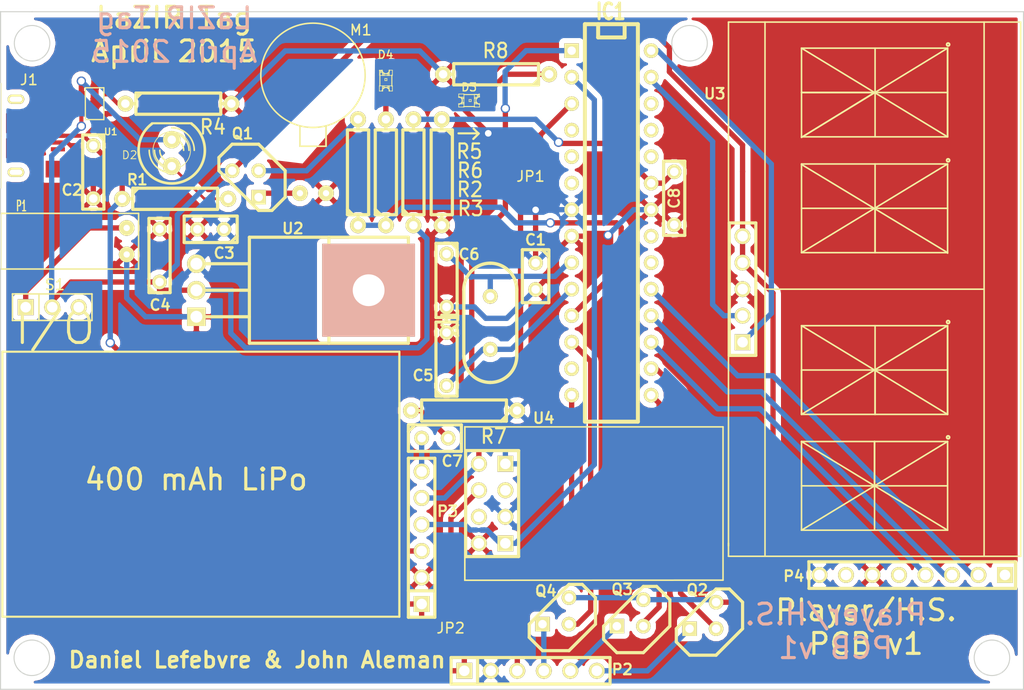
<source format=kicad_pcb>
(kicad_pcb (version 3) (host pcbnew "(2013-07-07 BZR 4022)-stable")
  (layers (15 F.Cu signal) (0 B.Cu signal) (18 B.Paste user hide) (19 F.Paste user hide) (20 B.SilkS user) (21 F.SilkS user) (22 B.Mask user hide) (23 F.Mask user hide) (28 Edge.Cuts user))
  (net 0 "")
  (net 1 +3.3V)
  (net 2 GND)
  (net 3 "I2C CLK")
  (net 4 "I2C DAT")
  (net 5 "IR Sense")
  (net 6 "LED B")
  (net 7 "LED G")
  (net 8 "LED R")
  (net 9 MISO)
  (net 10 MOSI)
  (net 11 N-000001)
  (net 12 N-0000013)
  (net 13 N-0000014)
  (net 14 N-0000015)
  (net 15 N-0000016)
  (net 16 N-0000019)
  (net 17 N-000002)
  (net 18 N-0000020)
  (net 19 N-0000023)
  (net 20 N-0000024)
  (net 21 N-0000025)
  (net 22 N-0000028)
  (net 23 N-0000029)
  (net 24 N-000003)
  (net 25 N-0000033)
  (net 26 N-000005)
  (net 27 Reset)
  (net 28 Rumble)
  (net 29 SCK)
  (net 30 "UART RX")
  (net 31 "UART TX")
  (net 32 USBV)
  (net 33 VBatt)
  (net 34 VSense)
  (module TO92 (layer F.Cu) (at 63.8302 103.1748 270)
    (fp_text reference Q1 (at -4.826 0.2794 360) (layer F.SilkS) (effects (font (size 1.016 1.016) (thickness 0.2032))))
    (fp_text value NPN hide)
    (pad 1 thru_hole rect (at 1.27 -1.27 270) (size 1.397 1.397) (drill 0.8128) (layers *.Cu *.Mask F.SilkS) (net 12 N-0000013))
    (pad 2 thru_hole circle (at -1.27 -1.27 270) (size 1.397 1.397) (drill 0.8128) (layers *.Cu *.Mask F.SilkS) (net 15 N-0000016))
    (pad 3 thru_hole circle (at -1.27 1.27 270) (size 1.397 1.397) (drill 0.8128) (layers *.Cu *.Mask F.SilkS) (net 33 VBatt))
  )
  (module TO220 (layer F.Cu) (at 59.1312 113.3602)
    (fp_text reference U2 (at 9.2456 -5.9182) (layer F.SilkS) (effects (font (size 1.016 1.016) (thickness 0.2032))))
    (fp_text value LM1084IT-3.3/NOPB hide)
    (pad 1 thru_hole rect (at 0 2.54) (size 1.778 1.778) (drill 1.143) (layers *.Cu *.Mask F.SilkS) (net 2 GND))
    (pad 2 thru_hole circle (at 0 -2.54) (size 1.778 1.778) (drill 1.143) (layers *.Cu *.Mask F.SilkS) (net 1 +3.3V))
    (pad 3 thru_hole circle (at 0 0) (size 1.778 1.778) (drill 1.143) (layers *.Cu *.Mask F.SilkS) (net 33 VBatt))
    (pad 4 thru_hole rect (at 16.51 0) (size 8.89 8.89) (drill 3.048) (layers *.Cu *.SilkS *.Mask))
  )
  (module SOT23-5 (layer F.Cu) (at 49.3776 95.4786 270)
    (fp_text reference U1 (at 2.6924 -1.5494 360) (layer F.SilkS) (effects (font (size 0.635 0.635) (thickness 0.127))))
    (fp_text value MCP73831 hide)
    (pad 1 smd rect (at -0.9525 1.27 270) (size 0.508 0.762) (layers F.Cu F.Paste F.Mask) (net 25 N-0000033))
    (pad 3 smd rect (at 0.9525 1.27 270) (size 0.508 0.762) (layers F.Cu F.Paste F.Mask) (net 33 VBatt))
    (pad 5 smd rect (at -0.9525 -1.27 270) (size 0.508 0.762) (layers F.Cu F.Paste F.Mask) (net 17 N-000002))
    (pad 2 smd rect (at 0 1.27 270) (size 0.508 0.762) (layers F.Cu F.Paste F.Mask) (net 2 GND))
    (pad 4 smd rect (at 0.9525 -1.27 270) (size 0.508 0.762) (layers F.Cu F.Paste F.Mask) (net 32 USBV))
  )
  (module RumbleMotor (layer F.Cu) (at 70.3072 92.7608 270)
    (fp_text reference M1 (at -4.33832 -4.58216 360) (layer F.SilkS))
    (fp_text value RUMBLE hide)
    (pad 2 thru_hole circle (at 11.3 -1.25 270) (size 1.5 1.5) (drill 0.6) (layers *.Cu *.Mask F.SilkS) (net 2 GND))
    (pad 1 thru_hole circle (at 11.3 1.25 270) (size 1.5 1.5) (drill 0.6) (layers *.Cu *.Mask F.SilkS) (net 12 N-0000013))
  )
  (module R4 (layer F.Cu) (at 82.6516 102.0572 270)
    (fp_text reference R3 (at 3.4798 -2.7686 360) (layer F.SilkS) (effects (font (size 1.397 1.27) (thickness 0.2032))))
    (fp_text value 10k hide)
    (pad 1 thru_hole circle (at -5.08 0 270) (size 1.524 1.524) (drill 0.8128) (layers *.Cu *.Mask F.SilkS) (net 34 VSense))
    (pad 2 thru_hole circle (at 5.08 0 270) (size 1.524 1.524) (drill 0.8128) (layers *.Cu *.Mask F.SilkS) (net 2 GND))
  )
  (module R4 (layer F.Cu) (at 77.2922 102.0572 90)
    (fp_text reference R6 (at 0.1778 8.0772 180) (layer F.SilkS) (effects (font (size 1.397 1.27) (thickness 0.2032))))
    (fp_text value 1k hide)
    (pad 1 thru_hole circle (at -5.08 0 90) (size 1.524 1.524) (drill 0.8128) (layers *.Cu *.Mask F.SilkS) (net 28 Rumble))
    (pad 2 thru_hole circle (at 5.08 0 90) (size 1.524 1.524) (drill 0.8128) (layers *.Cu *.Mask F.SilkS) (net 14 N-0000015))
  )
  (module R4 (layer F.Cu) (at 74.6252 102.0572 90)
    (fp_text reference R5 (at 2.0066 10.668 180) (layer F.SilkS) (effects (font (size 1.397 1.27) (thickness 0.2032))))
    (fp_text value 560 hide)
    (pad 1 thru_hole circle (at -5.08 0 90) (size 1.524 1.524) (drill 0.8128) (layers *.Cu *.Mask F.SilkS) (net 28 Rumble))
    (pad 2 thru_hole circle (at 5.08 0 90) (size 1.524 1.524) (drill 0.8128) (layers *.Cu *.Mask F.SilkS) (net 15 N-0000016))
  )
  (module R4 (layer F.Cu) (at 84.7852 124.8918 180)
    (fp_text reference R7 (at -2.8448 -2.4638 180) (layer F.SilkS) (effects (font (size 1.397 1.27) (thickness 0.2032))))
    (fp_text value 10k hide)
    (pad 1 thru_hole circle (at -5.08 0 180) (size 1.524 1.524) (drill 0.8128) (layers *.Cu *.Mask F.SilkS) (net 1 +3.3V))
    (pad 2 thru_hole circle (at 5.08 0 180) (size 1.524 1.524) (drill 0.8128) (layers *.Cu *.Mask F.SilkS) (net 27 Reset))
  )
  (module R4 (layer F.Cu) (at 79.9338 102.0572 90)
    (fp_text reference R2 (at -1.651 5.4102 180) (layer F.SilkS) (effects (font (size 1.397 1.27) (thickness 0.2032))))
    (fp_text value 10k hide)
    (pad 1 thru_hole circle (at -5.08 0 90) (size 1.524 1.524) (drill 0.8128) (layers *.Cu *.Mask F.SilkS) (net 33 VBatt))
    (pad 2 thru_hole circle (at 5.08 0 90) (size 1.524 1.524) (drill 0.8128) (layers *.Cu *.Mask F.SilkS) (net 34 VSense))
  )
  (module R4 (layer F.Cu) (at 57.0992 104.5972)
    (fp_text reference R1 (at -3.6322 -1.8288) (layer F.SilkS) (effects (font (thickness 0.2032))))
    (fp_text value 330 hide)
    (pad 1 thru_hole circle (at -5.08 0) (size 1.524 1.524) (drill 0.8128) (layers *.Cu *.Mask F.SilkS) (net 32 USBV))
    (pad 2 thru_hole circle (at 5.08 0) (size 1.524 1.524) (drill 0.8128) (layers *.Cu *.Mask F.SilkS) (net 24 N-000003))
  )
  (module R4 (layer F.Cu) (at 57.404 95.4786)
    (fp_text reference R4 (at 3.302 2.2352) (layer F.SilkS) (effects (font (size 1.397 1.27) (thickness 0.2032))))
    (fp_text value 2k hide)
    (pad 1 thru_hole circle (at -5.08 0) (size 1.524 1.524) (drill 0.8128) (layers *.Cu *.Mask F.SilkS) (net 17 N-000002))
    (pad 2 thru_hole circle (at 5.08 0) (size 1.524 1.524) (drill 0.8128) (layers *.Cu *.Mask F.SilkS) (net 2 GND))
  )
  (module PIN_ARRAY_3X1 (layer F.Cu) (at 45.3136 114.9858)
    (fp_text reference S1 (at 0.254 -2.159) (layer F.SilkS) (effects (font (size 1.016 1.016) (thickness 0.1524))))
    (fp_text value SLIDESWITCH hide)
    (pad 1 thru_hole rect (at -2.54 0) (size 1.524 1.524) (drill 1.016) (layers *.Cu *.Mask F.SilkS) (net 11 N-000001))
    (pad 2 thru_hole circle (at 0 0) (size 1.524 1.524) (drill 1.016) (layers *.Cu *.Mask F.SilkS) (net 33 VBatt))
    (pad 3 thru_hole circle (at 2.54 0) (size 1.524 1.524) (drill 1.016) (layers *.Cu *.Mask F.SilkS))
  )
  (module PIN_ARRAY-6X1 (layer F.Cu) (at 91.1606 149.8346)
    (fp_text reference P2 (at 8.7884 -0.127) (layer F.SilkS) (effects (font (size 1.016 1.016) (thickness 0.2032))))
    (fp_text value "6pM CGrid" hide)
    (pad 1 thru_hole rect (at -6.35 0) (size 1.524 1.524) (drill 1.016) (layers *.Cu *.Mask F.SilkS) (net 2 GND))
    (pad 2 thru_hole circle (at -3.81 0) (size 1.524 1.524) (drill 1.016) (layers *.Cu *.Mask F.SilkS) (net 1 +3.3V))
    (pad 3 thru_hole circle (at -1.27 0) (size 1.524 1.524) (drill 1.016) (layers *.Cu *.Mask F.SilkS) (net 5 "IR Sense"))
    (pad 4 thru_hole circle (at 1.27 0) (size 1.524 1.524) (drill 1.016) (layers *.Cu *.Mask F.SilkS) (net 19 N-0000023))
    (pad 5 thru_hole circle (at 3.81 0) (size 1.524 1.524) (drill 1.016) (layers *.Cu *.Mask F.SilkS) (net 20 N-0000024))
    (pad 6 thru_hole circle (at 6.35 0) (size 1.524 1.524) (drill 1.016) (layers *.Cu *.Mask F.SilkS) (net 21 N-0000025))
  )
  (module MicroUSB (layer F.Cu) (at 41.8338 98.552 270)
    (fp_text reference J1 (at -5.3594 -1.2446 360) (layer F.SilkS))
    (fp_text value MICRO_USB hide)
    (pad 1 smd rect (at -1.3 -4.025 270) (size 0.4 1.35) (layers F.Cu F.Paste F.Mask))
    (pad 2 smd rect (at -0.65 -4.025 270) (size 0.4 1.35) (layers F.Cu F.Paste F.Mask))
    (pad 3 smd rect (at 0 -4.025 270) (size 0.4 1.35) (layers F.Cu F.Paste F.Mask) (net 32 USBV))
    (pad 4 smd rect (at 0.65 -4.025 270) (size 0.4 1.35) (layers F.Cu F.Paste F.Mask) (net 2 GND))
    (pad 5 smd rect (at 1.3 -4.025 270) (size 0.4 1.35) (layers F.Cu F.Paste F.Mask))
    (pad 6 smd rect (at -3.2 -3.55 270) (size 1.6 1.4) (layers F.Cu F.Paste F.Mask))
    (pad 7 smd rect (at 3.2 -3.55 270) (size 1.6 1.4) (layers F.Cu F.Paste F.Mask))
    (pad 8 thru_hole oval (at -3.5 0 270) (size 0.9 1.6) (drill oval 0.5 1.2) (layers *.Cu *.Mask F.SilkS))
    (pad 9 thru_hole oval (at 3.5 0 270) (size 0.9 1.6) (drill oval 0.5 1.2) (layers *.Cu *.Mask F.SilkS))
    (pad 10 smd rect (at -1.2 0 270) (size 1.9 1.9) (layers F.Cu F.Paste F.Mask))
    (pad 11 smd rect (at 1.2 0 270) (size 1.9 1.9) (layers F.Cu F.Paste F.Mask))
  )
  (module LED-5MM (layer F.Cu) (at 56.769 100.203 90)
    (fp_text reference D2 (at -0.2032 -4.0386 180) (layer F.SilkS) (effects (font (size 0.762 0.762) (thickness 0.0889))))
    (fp_text value RED hide)
    (pad 1 thru_hole circle (at -1.27 0 90) (size 1.6764 1.6764) (drill 0.8128) (layers *.Cu *.Mask F.SilkS) (net 24 N-000003))
    (pad 2 thru_hole circle (at 1.27 0 90) (size 1.6764 1.6764) (drill 0.8128) (layers *.Cu *.Mask F.SilkS) (net 25 N-0000033))
  )
  (module LED-0805 (layer F.Cu) (at 77.2922 93.2688 90)
    (fp_text reference D4 (at 2.48412 -0.03556 180) (layer F.SilkS) (effects (font (size 0.762 0.762) (thickness 0.127))))
    (fp_text value LED hide)
    (pad 1 smd rect (at -1.04902 0 90) (size 1.19888 1.19888) (layers F.Cu F.Paste F.Mask) (net 14 N-0000015))
    (pad 2 smd rect (at 1.04902 0 90) (size 1.19888 1.19888) (layers F.Cu F.Paste F.Mask) (net 2 GND))
  )
  (module LED-0805 (layer F.Cu) (at 85.27288 95.17888)
    (fp_text reference D3 (at 0 -1.27) (layer F.SilkS) (effects (font (size 0.762 0.762) (thickness 0.127))))
    (fp_text value LED hide)
    (pad 1 smd rect (at -1.04902 0) (size 1.19888 1.19888) (layers F.Cu F.Paste F.Mask) (net 1 +3.3V))
    (pad 2 smd rect (at 1.04902 0) (size 1.19888 1.19888) (layers F.Cu F.Paste F.Mask) (net 16 N-0000019))
  )
  (module HC-49V (layer F.Cu) (at 87.2998 116.4844 90)
    (fp_text reference X1 (at 0 -3.81 90) (layer F.SilkS) (effects (font (size 1.524 1.524) (thickness 0.3048))))
    (fp_text value CRYSTAL hide)
    (pad 1 thru_hole circle (at -2.54 0 90) (size 1.4224 1.4224) (drill 0.762) (layers *.Cu *.Mask F.SilkS) (net 22 N-0000028))
    (pad 2 thru_hole circle (at 2.54 0 90) (size 1.4224 1.4224) (drill 0.762) (layers *.Cu *.Mask F.SilkS) (net 23 N-0000029))
  )
  (module DIP-28__300 (layer F.Cu) (at 98.9076 106.9086 270)
    (fp_text reference IC1 (at -20.25396 0.06096 360) (layer F.SilkS) (effects (font (size 1.524 1.143) (thickness 0.3048))))
    (fp_text value ATMEGA328-P hide)
    (pad 2 thru_hole circle (at -13.97 3.81 270) (size 1.397 1.397) (drill 0.8128) (layers *.Cu *.Mask F.SilkS) (net 30 "UART RX"))
    (pad 3 thru_hole circle (at -11.43 3.81 270) (size 1.397 1.397) (drill 0.8128) (layers *.Cu *.Mask F.SilkS) (net 18 N-0000020))
    (pad 4 thru_hole circle (at -8.89 3.81 270) (size 1.397 1.397) (drill 0.8128) (layers *.Cu *.Mask F.SilkS))
    (pad 5 thru_hole circle (at -6.35 3.81 270) (size 1.397 1.397) (drill 0.8128) (layers *.Cu *.Mask F.SilkS))
    (pad 6 thru_hole circle (at -3.81 3.81 270) (size 1.397 1.397) (drill 0.8128) (layers *.Cu *.Mask F.SilkS))
    (pad 7 thru_hole circle (at -1.27 3.81 270) (size 1.397 1.397) (drill 0.8128) (layers *.Cu *.Mask F.SilkS) (net 1 +3.3V))
    (pad 8 thru_hole circle (at 1.27 3.81 270) (size 1.397 1.397) (drill 0.8128) (layers *.Cu *.Mask F.SilkS) (net 2 GND))
    (pad 9 thru_hole circle (at 3.81 3.81 270) (size 1.397 1.397) (drill 0.8128) (layers *.Cu *.Mask F.SilkS) (net 23 N-0000029))
    (pad 10 thru_hole circle (at 6.35 3.81 270) (size 1.397 1.397) (drill 0.8128) (layers *.Cu *.Mask F.SilkS) (net 22 N-0000028))
    (pad 11 thru_hole circle (at 8.89 3.81 270) (size 1.397 1.397) (drill 0.8128) (layers *.Cu *.Mask F.SilkS) (net 28 Rumble))
    (pad 12 thru_hole circle (at 11.43 3.81 270) (size 1.397 1.397) (drill 0.8128) (layers *.Cu *.Mask F.SilkS) (net 7 "LED G"))
    (pad 13 thru_hole circle (at 13.97 3.81 270) (size 1.397 1.397) (drill 0.8128) (layers *.Cu *.Mask F.SilkS))
    (pad 14 thru_hole circle (at 16.51 3.81 270) (size 1.397 1.397) (drill 0.8128) (layers *.Cu *.Mask F.SilkS) (net 5 "IR Sense"))
    (pad 1 thru_hole rect (at -16.51 3.81 270) (size 1.397 1.397) (drill 0.8128) (layers *.Cu *.Mask F.SilkS) (net 27 Reset))
    (pad 15 thru_hole circle (at 16.51 -3.81 270) (size 1.397 1.397) (drill 0.8128) (layers *.Cu *.Mask F.SilkS) (net 6 "LED B"))
    (pad 16 thru_hole circle (at 13.97 -3.81 270) (size 1.397 1.397) (drill 0.8128) (layers *.Cu *.Mask F.SilkS) (net 8 "LED R"))
    (pad 17 thru_hole circle (at 11.43 -3.81 270) (size 1.397 1.397) (drill 0.8128) (layers *.Cu *.Mask F.SilkS) (net 10 MOSI))
    (pad 18 thru_hole circle (at 8.89 -3.81 270) (size 1.397 1.397) (drill 0.8128) (layers *.Cu *.Mask F.SilkS) (net 9 MISO))
    (pad 19 thru_hole circle (at 6.35 -3.81 270) (size 1.397 1.397) (drill 0.8128) (layers *.Cu *.Mask F.SilkS) (net 29 SCK))
    (pad 20 thru_hole circle (at 3.81 -3.81 270) (size 1.397 1.397) (drill 0.8128) (layers *.Cu *.Mask F.SilkS))
    (pad 21 thru_hole circle (at 1.27 -3.81 270) (size 1.397 1.397) (drill 0.8128) (layers *.Cu *.Mask F.SilkS))
    (pad 22 thru_hole circle (at -1.27 -3.81 270) (size 1.397 1.397) (drill 0.8128) (layers *.Cu *.Mask F.SilkS) (net 2 GND))
    (pad 23 thru_hole circle (at -3.81 -3.81 270) (size 1.397 1.397) (drill 0.8128) (layers *.Cu *.Mask F.SilkS) (net 34 VSense))
    (pad 24 thru_hole circle (at -6.35 -3.81 270) (size 1.397 1.397) (drill 0.8128) (layers *.Cu *.Mask F.SilkS))
    (pad 25 thru_hole circle (at -8.89 -3.81 270) (size 1.397 1.397) (drill 0.8128) (layers *.Cu *.Mask F.SilkS))
    (pad 26 thru_hole circle (at -11.43 -3.81 270) (size 1.397 1.397) (drill 0.8128) (layers *.Cu *.Mask F.SilkS))
    (pad 27 thru_hole circle (at -13.97 -3.81 270) (size 1.397 1.397) (drill 0.8128) (layers *.Cu *.Mask F.SilkS) (net 4 "I2C DAT"))
    (pad 28 thru_hole circle (at -16.51 -3.81 270) (size 1.397 1.397) (drill 0.8128) (layers *.Cu *.Mask F.SilkS) (net 3 "I2C CLK"))
  )
  (module C2 (layer F.Cu) (at 83.1088 112.4204 270)
    (fp_text reference C6 (at -2.50444 -2.16408 360) (layer F.SilkS) (effects (font (size 1.016 1.016) (thickness 0.2032))))
    (fp_text value 22pF hide)
    (pad 1 thru_hole circle (at -2.54 0 270) (size 1.397 1.397) (drill 0.8128) (layers *.Cu *.Mask F.SilkS) (net 23 N-0000029))
    (pad 2 thru_hole circle (at 2.54 0 270) (size 1.397 1.397) (drill 0.8128) (layers *.Cu *.Mask F.SilkS) (net 2 GND))
  )
  (module C2 (layer F.Cu) (at 83.1088 119.9642 90)
    (fp_text reference C5 (at -1.56464 -2.24536 180) (layer F.SilkS) (effects (font (size 1.016 1.016) (thickness 0.2032))))
    (fp_text value 22pF hide)
    (pad 1 thru_hole circle (at -2.54 0 90) (size 1.397 1.397) (drill 0.8128) (layers *.Cu *.Mask F.SilkS) (net 22 N-0000028))
    (pad 2 thru_hole circle (at 2.54 0 90) (size 1.397 1.397) (drill 0.8128) (layers *.Cu *.Mask F.SilkS) (net 2 GND))
  )
  (module C2 (layer F.Cu) (at 55.6006 110.0328 90)
    (fp_text reference C4 (at -4.7498 0.0508 180) (layer F.SilkS) (effects (font (size 1.016 1.016) (thickness 0.2032))))
    (fp_text value 4.7uF hide)
    (pad 1 thru_hole circle (at -2.54 0 90) (size 1.397 1.397) (drill 0.8128) (layers *.Cu *.Mask F.SilkS) (net 33 VBatt))
    (pad 2 thru_hole circle (at 2.54 0 90) (size 1.397 1.397) (drill 0.8128) (layers *.Cu *.Mask F.SilkS) (net 2 GND))
  )
  (module C2 (layer F.Cu) (at 49.2506 102.0318 270)
    (fp_text reference C2 (at 1.7272 2.032 360) (layer F.SilkS) (effects (font (size 1.016 1.016) (thickness 0.2032))))
    (fp_text value 4.7uF hide)
    (pad 1 thru_hole circle (at -2.54 0 270) (size 1.397 1.397) (drill 0.8128) (layers *.Cu *.Mask F.SilkS) (net 32 USBV))
    (pad 2 thru_hole circle (at 2.54 0 270) (size 1.397 1.397) (drill 0.8128) (layers *.Cu *.Mask F.SilkS) (net 2 GND))
  )
  (module C1 (layer F.Cu) (at 91.6432 112.014 270)
    (fp_text reference C1 (at -3.48488 0.00508 360) (layer F.SilkS) (effects (font (size 1.016 1.016) (thickness 0.2032))))
    (fp_text value 0.1uF hide)
    (pad 1 thru_hole circle (at -1.27 0 270) (size 1.397 1.397) (drill 0.8128) (layers *.Cu *.Mask F.SilkS) (net 1 +3.3V))
    (pad 2 thru_hole circle (at 1.27 0 270) (size 1.397 1.397) (drill 0.8128) (layers *.Cu *.Mask F.SilkS) (net 2 GND))
  )
  (module C1 (layer F.Cu) (at 60.5028 107.5182 180)
    (fp_text reference C3 (at -1.2954 -2.286 180) (layer F.SilkS) (effects (font (size 1.016 1.016) (thickness 0.2032))))
    (fp_text value 100uF hide)
    (pad 1 thru_hole circle (at -1.27 0 180) (size 1.397 1.397) (drill 0.8128) (layers *.Cu *.Mask F.SilkS) (net 1 +3.3V))
    (pad 2 thru_hole circle (at 1.27 0 180) (size 1.397 1.397) (drill 0.8128) (layers *.Cu *.Mask F.SilkS) (net 2 GND))
  )
  (module C1 (layer F.Cu) (at 81.9912 127.5334)
    (fp_text reference C7 (at 1.651 2.2098) (layer F.SilkS) (effects (font (size 1.016 1.016) (thickness 0.2032))))
    (fp_text value 0.1uF hide)
    (pad 1 thru_hole circle (at -1.27 0) (size 1.397 1.397) (drill 0.8128) (layers *.Cu *.Mask F.SilkS) (net 26 N-000005))
    (pad 2 thru_hole circle (at 1.27 0) (size 1.397 1.397) (drill 0.8128) (layers *.Cu *.Mask F.SilkS) (net 27 Reset))
  )
  (module 2PinMaleCGrid90Deg (layer F.Cu) (at 52.451 108.6612 270)
    (fp_text reference P1 (at -3.3782 10.0838 360) (layer F.SilkS) (effects (font (size 1 0.508) (thickness 0.127))))
    (fp_text value 2P_CGRID_M hide)
    (pad 1 thru_hole circle (at 1.27 0 270) (size 1.5 1.5) (drill 0.6) (layers *.Cu *.Mask F.SilkS) (net 2 GND))
    (pad 2 thru_hole circle (at -1.27 0 270) (size 1.5 1.5) (drill 0.6) (layers *.Cu *.Mask F.SilkS) (net 11 N-000001))
  )
  (module PIN_ARRAY-6X1 (layer F.Cu) (at 80.7212 137.0838 90)
    (fp_text reference P3 (at 2.54 2.4892 180) (layer F.SilkS) (effects (font (size 1.016 1.016) (thickness 0.2032))))
    (fp_text value "6pM Header" hide)
    (pad 1 thru_hole rect (at -6.35 0 90) (size 1.524 1.524) (drill 1.016) (layers *.Cu *.Mask F.SilkS) (net 2 GND))
    (pad 2 thru_hole circle (at -3.81 0 90) (size 1.524 1.524) (drill 1.016) (layers *.Cu *.Mask F.SilkS) (net 2 GND))
    (pad 3 thru_hole circle (at -1.27 0 90) (size 1.524 1.524) (drill 1.016) (layers *.Cu *.Mask F.SilkS) (net 32 USBV))
    (pad 4 thru_hole circle (at 1.27 0 90) (size 1.524 1.524) (drill 1.016) (layers *.Cu *.Mask F.SilkS) (net 30 "UART RX"))
    (pad 5 thru_hole circle (at 3.81 0 90) (size 1.524 1.524) (drill 1.016) (layers *.Cu *.Mask F.SilkS) (net 31 "UART TX"))
    (pad 6 thru_hole circle (at 6.35 0 90) (size 1.524 1.524) (drill 1.016) (layers *.Cu *.Mask F.SilkS) (net 26 N-000005))
  )
  (module 14sLEDBP (layer F.Cu) (at 111.4806 113.2586 90)
    (fp_text reference U3 (at 18.72996 -2.667 180) (layer F.SilkS) (effects (font (size 1.016 1.016) (thickness 0.2032))))
    (fp_text value 14SLED hide)
    (pad 1 thru_hole rect (at -5.08 0 90) (size 1.524 1.524) (drill 1.016) (layers *.Cu *.Mask F.SilkS) (net 3 "I2C CLK"))
    (pad 2 thru_hole circle (at -2.54 0 90) (size 1.524 1.524) (drill 1.016) (layers *.Cu *.Mask F.SilkS) (net 4 "I2C DAT"))
    (pad 3 thru_hole circle (at 0 0 90) (size 1.524 1.524) (drill 1.016) (layers *.Cu *.Mask F.SilkS) (net 2 GND))
    (pad 4 thru_hole circle (at 2.54 0 90) (size 1.524 1.524) (drill 1.016) (layers *.Cu *.Mask F.SilkS) (net 33 VBatt))
    (pad 5 thru_hole circle (at 5.08 0 90) (size 1.524 1.524) (drill 1.016) (layers *.Cu *.Mask F.SilkS) (net 33 VBatt))
  )
  (module pin_array_8x1 (layer F.Cu) (at 127.74168 140.64996 180)
    (fp_text reference P4 (at 11.3538 -0.11684 180) (layer F.SilkS) (effects (font (size 1.016 1.016) (thickness 0.2032))))
    (fp_text value "8pF Header" hide)
    (pad 1 thru_hole rect (at -8.89 0 180) (size 1.524 1.524) (drill 1.016) (layers *.Cu *.Mask F.SilkS))
    (pad 2 thru_hole circle (at -6.34 0 180) (size 1.524 1.524) (drill 1.016) (layers *.Cu *.Mask F.SilkS) (net 29 SCK))
    (pad 3 thru_hole circle (at -3.81 0 180) (size 1.524 1.524) (drill 1.016) (layers *.Cu *.Mask F.SilkS) (net 9 MISO))
    (pad 4 thru_hole circle (at -1.27 0 180) (size 1.524 1.524) (drill 1.016) (layers *.Cu *.Mask F.SilkS) (net 10 MOSI))
    (pad 5 thru_hole circle (at 1.27 0 180) (size 1.524 1.524) (drill 1.016) (layers *.Cu *.Mask F.SilkS))
    (pad 6 thru_hole circle (at 3.81 0 180) (size 1.524 1.524) (drill 1.016) (layers *.Cu *.Mask F.SilkS) (net 2 GND))
    (pad 7 thru_hole circle (at 6.35 0 180) (size 1.524 1.524) (drill 1.016) (layers *.Cu *.Mask F.SilkS))
    (pad 8 thru_hole circle (at 8.89 0 180) (size 1.524 1.524) (drill 1.016) (layers *.Cu *.Mask F.SilkS) (net 1 +3.3V))
  )
  (module esploraWiFi (layer F.Cu) (at 87.4776 133.8072 90)
    (fp_text reference U4 (at 8.18896 4.94284 180) (layer F.SilkS) (effects (font (size 1.016 1.016) (thickness 0.2032))))
    (fp_text value ESP8266 hide)
    (pad 1 thru_hole rect (at -3.81 1.27 90) (size 1.524 1.524) (drill 1.016) (layers *.Cu *.Mask F.SilkS) (net 30 "UART RX"))
    (pad 2 thru_hole circle (at -3.81 -1.27 90) (size 1.524 1.524) (drill 1.016) (layers *.Cu *.Mask F.SilkS) (net 2 GND))
    (pad 3 thru_hole circle (at -1.27 1.27 90) (size 1.524 1.524) (drill 1.016) (layers *.Cu *.Mask F.SilkS) (net 1 +3.3V))
    (pad 4 thru_hole circle (at -1.27 -1.27 90) (size 1.524 1.524) (drill 1.016) (layers *.Cu *.Mask F.SilkS))
    (pad 5 thru_hole circle (at 1.27 1.27 90) (size 1.524 1.524) (drill 1.016) (layers *.Cu *.Mask F.SilkS))
    (pad 6 thru_hole circle (at 1.27 -1.27 90) (size 1.524 1.524) (drill 1.016) (layers *.Cu *.Mask F.SilkS) (net 13 N-0000014))
    (pad 7 thru_hole rect (at 3.81 1.27 90) (size 1.524 1.524) (drill 1.016) (layers *.Cu *.Mask F.SilkS) (net 1 +3.3V))
    (pad 8 thru_hole circle (at 3.81 -1.27 90) (size 1.524 1.524) (drill 1.016) (layers *.Cu *.Mask F.SilkS) (net 31 "UART TX"))
  )
  (module JumperPads (layer F.Cu) (at 91.1606 100.5586 180)
    (fp_text reference JP1 (at 0 -1.89 180) (layer F.SilkS))
    (fp_text value JUMPER hide)
    (pad 1 smd rect (at -0.95 0 180) (size 1.4 2) (layers F.Cu F.Paste F.Mask) (net 18 N-0000020))
    (pad 2 smd rect (at 0.96 0 180) (size 1.4 2) (layers F.Cu F.Paste F.Mask) (net 31 "UART TX"))
  )
  (module JumperPads (layer F.Cu) (at 83.53044 142.7226 270)
    (fp_text reference JP2 (at 3.0226 0.0254 360) (layer F.SilkS))
    (fp_text value JUMPER hide)
    (pad 1 smd rect (at -0.95 0 270) (size 1.4 2) (layers F.Cu F.Paste F.Mask) (net 13 N-0000014))
    (pad 2 smd rect (at 0.96 0 270) (size 1.4 2) (layers F.Cu F.Paste F.Mask) (net 2 GND))
  )
  (module R4 (layer F.Cu) (at 87.8586 92.6592 180)
    (fp_text reference R8 (at 0.0508 2.2606 180) (layer F.SilkS) (effects (font (size 1.397 1.27) (thickness 0.2032))))
    (fp_text value 220 hide)
    (pad 1 thru_hole circle (at -5.08 0 180) (size 1.524 1.524) (drill 0.8128) (layers *.Cu *.Mask F.SilkS) (net 16 N-0000019))
    (pad 2 thru_hole circle (at 5.08 0 180) (size 1.524 1.524) (drill 0.8128) (layers *.Cu *.Mask F.SilkS) (net 2 GND))
  )
  (module TO92 (layer F.Cu) (at 100.70084 144.28724 180)
    (fp_text reference Q3 (at 0.762 2.25044 180) (layer F.SilkS) (effects (font (size 1.016 1.016) (thickness 0.2032))))
    (fp_text value NPN hide)
    (pad 1 thru_hole rect (at 1.27 -1.27 180) (size 1.397 1.397) (drill 0.8128) (layers *.Cu *.Mask F.SilkS) (net 20 N-0000024))
    (pad 2 thru_hole circle (at -1.27 -1.27 180) (size 1.397 1.397) (drill 0.8128) (layers *.Cu *.Mask F.SilkS) (net 6 "LED B"))
    (pad 3 thru_hole circle (at -1.27 1.27 180) (size 1.397 1.397) (drill 0.8128) (layers *.Cu *.Mask F.SilkS) (net 33 VBatt))
  )
  (module TO92 (layer F.Cu) (at 93.5736 144.0942 180)
    (fp_text reference Q4 (at 0.94996 1.905 180) (layer F.SilkS) (effects (font (size 1.016 1.016) (thickness 0.2032))))
    (fp_text value NPN hide)
    (pad 1 thru_hole rect (at 1.27 -1.27 180) (size 1.397 1.397) (drill 0.8128) (layers *.Cu *.Mask F.SilkS) (net 19 N-0000023))
    (pad 2 thru_hole circle (at -1.27 -1.27 180) (size 1.397 1.397) (drill 0.8128) (layers *.Cu *.Mask F.SilkS) (net 7 "LED G"))
    (pad 3 thru_hole circle (at -1.27 1.27 180) (size 1.397 1.397) (drill 0.8128) (layers *.Cu *.Mask F.SilkS) (net 33 VBatt))
  )
  (module TO92 (layer F.Cu) (at 107.6706 144.53108 180)
    (fp_text reference Q2 (at 0.5334 2.45364 180) (layer F.SilkS) (effects (font (size 1.016 1.016) (thickness 0.2032))))
    (fp_text value NPN hide)
    (pad 1 thru_hole rect (at 1.27 -1.27 180) (size 1.397 1.397) (drill 0.8128) (layers *.Cu *.Mask F.SilkS) (net 21 N-0000025))
    (pad 2 thru_hole circle (at -1.27 -1.27 180) (size 1.397 1.397) (drill 0.8128) (layers *.Cu *.Mask F.SilkS) (net 8 "LED R"))
    (pad 3 thru_hole circle (at -1.27 1.27 180) (size 1.397 1.397) (drill 0.8128) (layers *.Cu *.Mask F.SilkS) (net 33 VBatt))
  )
  (module C2 (layer F.Cu) (at 104.9274 104.5464 270)
    (fp_text reference C8 (at 0 0 270) (layer F.SilkS) (effects (font (size 1.016 1.016) (thickness 0.2032))))
    (fp_text value "4.7 uF" hide)
    (pad 1 thru_hole circle (at -2.54 0 270) (size 1.397 1.397) (drill 0.8128) (layers *.Cu *.Mask F.SilkS) (net 34 VSense))
    (pad 2 thru_hole circle (at 2.54 0 270) (size 1.397 1.397) (drill 0.8128) (layers *.Cu *.Mask F.SilkS) (net 2 GND))
  )
  (gr_line (start 86.1822 98.3488) (end 85.6996 97.8662) (angle 90) (layer F.SilkS) (width 0.2))
  (gr_line (start 85.6742 98.8568) (end 86.1822 98.3488) (angle 90) (layer F.SilkS) (width 0.2))
  (gr_line (start 86.1822 98.3488) (end 85.6742 98.8568) (angle 90) (layer F.SilkS) (width 0.2))
  (gr_line (start 86.1822 98.3234) (end 86.1822 98.3488) (angle 90) (layer F.SilkS) (width 0.2))
  (gr_line (start 84.2518 98.3234) (end 86.1822 98.3234) (angle 90) (layer F.SilkS) (width 0.2))
  (gr_text "400 mAh LiPo" (at 59.1058 131.4958) (layer F.SilkS) (effects (font (size 2 2) (thickness 0.3))))
  (gr_line (start 138.4046 86.6648) (end 43.3832 86.6648) (angle 90) (layer Edge.Cuts) (width 0.1))
  (gr_line (start 40.3606 151.6126) (end 138.4046 151.6126) (angle 90) (layer Edge.Cuts) (width 0.1))
  (gr_line (start 138.4046 86.6648) (end 138.4046 151.6126) (angle 90) (layer Edge.Cuts) (width 0.1))
  (gr_line (start 40.3606 151.6126) (end 40.3606 151.5872) (angle 90) (layer Edge.Cuts) (width 0.1))
  (gr_line (start 40.3606 86.6648) (end 40.3606 86.6902) (angle 90) (layer Edge.Cuts) (width 0.1))
  (gr_line (start 40.3606 151.6126) (end 40.3606 86.6648) (angle 90) (layer Edge.Cuts) (width 0.1))
  (gr_line (start 40.3606 86.6648) (end 43.3832 86.6648) (angle 90) (layer Edge.Cuts) (width 0.1))
  (gr_line (start 40.3606 89.6874) (end 40.3606 86.6648) (angle 90) (layer Edge.Cuts) (width 0.1))
  (gr_line (start 78.5876 119.253) (end 78.5876 144.653) (angle 90) (layer F.SilkS) (width 0.2))
  (gr_line (start 40.5384 119.253) (end 78.5876 119.253) (angle 90) (layer F.SilkS) (width 0.2))
  (gr_line (start 78.5876 144.653) (end 78.5876 119.2784) (angle 90) (layer F.SilkS) (width 0.2))
  (gr_line (start 40.5384 144.653) (end 78.5876 144.653) (angle 90) (layer F.SilkS) (width 0.2))
  (gr_line (start 40.5384 119.253) (end 40.5384 144.653) (angle 90) (layer F.SilkS) (width 0.2))
  (gr_text I/O (at 45.593 116.9924) (layer F.SilkS) (effects (font (size 3 3) (thickness 0.3))))
  (gr_circle (center 43.3578 148.59) (end 45.0596 148.59) (layer Edge.Cuts) (width 0.1))
  (gr_circle (center 135.382 148.59) (end 137.0838 148.59) (layer Edge.Cuts) (width 0.1))
  (gr_circle (center 106.4006 89.6874) (end 108.1024 89.6874) (layer Edge.Cuts) (width 0.1))
  (gr_circle (center 43.3832 89.6874) (end 45.085 89.6874) (layer Edge.Cuts) (width 0.1))
  (gr_text "Player/H.S.\nPCB v1" (at 120.396 146.05) (layer B.SilkS) (effects (font (size 2 2) (thickness 0.3)) (justify mirror)))
  (gr_text "LaZIR Tag\nApril 2015" (at 56.9976 88.9) (layer B.SilkS) (effects (font (size 2 2) (thickness 0.3)) (justify mirror)))
  (gr_text "Player/H.S.\nPCB v1" (at 123.317 145.6436) (layer F.SilkS) (effects (font (size 2 2) (thickness 0.3))))
  (gr_text "LaZIR Tag\nApril 2015" (at 56.9976 88.8492) (layer F.SilkS) (effects (font (size 2 2) (thickness 0.3))))
  (gr_text "Daniel Lefebvre & John Aleman" (at 64.9478 148.7932) (layer F.SilkS) (effects (font (size 1.5 1.5) (thickness 0.3))))
  (segment (start 91.6432 110.744) (end 91.6432 105.66146) (width 0.508) (layer F.Cu) (net 1))
  (segment (start 91.64574 105.65892) (end 91.64574 105.6386) (width 0.508) (layer B.Cu) (net 1))
  (via (at 91.64574 105.65892) (size 0.889) (layers F.Cu B.Cu) (net 1))
  (segment (start 91.6432 105.66146) (end 91.64574 105.65892) (width 0.508) (layer F.Cu) (net 1))
  (segment (start 95.0976 105.6386) (end 91.64574 105.6386) (width 0.508) (layer B.Cu) (net 1))
  (segment (start 91.64574 105.6386) (end 90.7034 105.6386) (width 0.508) (layer B.Cu) (net 1))
  (segment (start 84.22386 95.4405) (end 84.22386 95.17888) (width 0.508) (layer F.Cu) (net 1))
  (segment (start 87.10422 98.32086) (end 84.22386 95.4405) (width 0.508) (layer F.Cu) (net 1))
  (via (at 87.10422 98.32086) (size 0.889) (layers F.Cu B.Cu) (net 1))
  (segment (start 87.10422 102.03942) (end 87.10422 98.32086) (width 0.508) (layer B.Cu) (net 1))
  (segment (start 90.7034 105.6386) (end 87.10422 102.03942) (width 0.508) (layer B.Cu) (net 1))
  (segment (start 84.22386 95.17888) (end 84.22386 95.44304) (width 0.508) (layer F.Cu) (net 1))
  (segment (start 84.22386 95.44304) (end 87.08644 98.30562) (width 0.508) (layer F.Cu) (net 1))
  (segment (start 59.1312 110.8202) (end 59.1312 110.1598) (width 0.508) (layer B.Cu) (net 1))
  (segment (start 59.1312 110.1598) (end 61.7728 107.5182) (width 0.508) (layer B.Cu) (net 1))
  (segment (start 101.09962 105.6386) (end 102.7176 105.6386) (width 0.508) (layer B.Cu) (net 2))
  (segment (start 95.0976 108.1786) (end 98.49612 108.1786) (width 0.508) (layer F.Cu) (net 2))
  (segment (start 101.03612 105.6386) (end 101.09962 105.6386) (width 0.508) (layer B.Cu) (net 2))
  (segment (start 98.5901 108.08462) (end 101.03612 105.6386) (width 0.508) (layer B.Cu) (net 2))
  (via (at 98.5901 108.08462) (size 0.889) (layers F.Cu B.Cu) (net 2))
  (segment (start 98.49612 108.1786) (end 98.5901 108.08462) (width 0.508) (layer F.Cu) (net 2))
  (segment (start 83.1088 114.9604) (end 85.7758 114.9604) (width 0.508) (layer B.Cu) (net 2))
  (segment (start 88.8746 116.0526) (end 91.6432 113.284) (width 0.508) (layer B.Cu) (net 2))
  (segment (start 86.868 116.0526) (end 88.8746 116.0526) (width 0.508) (layer B.Cu) (net 2))
  (segment (start 85.7758 114.9604) (end 86.868 116.0526) (width 0.508) (layer B.Cu) (net 2))
  (segment (start 62.484 95.4786) (end 62.5856 95.4786) (width 0.508) (layer B.Cu) (net 2))
  (segment (start 80.5434 90.424) (end 82.7786 92.6592) (width 0.508) (layer B.Cu) (net 2))
  (segment (start 67.6402 90.424) (end 80.5434 90.424) (width 0.508) (layer B.Cu) (net 2))
  (segment (start 62.5856 95.4786) (end 67.6402 90.424) (width 0.508) (layer B.Cu) (net 2))
  (segment (start 59.1312 115.9002) (end 54.2544 115.9002) (width 0.508) (layer B.Cu) (net 2))
  (segment (start 52.451 114.0968) (end 52.451 109.9312) (width 0.508) (layer B.Cu) (net 2))
  (segment (start 54.2544 115.9002) (end 52.451 114.0968) (width 0.508) (layer B.Cu) (net 2))
  (segment (start 49.2506 104.5718) (end 49.2506 101.6762) (width 0.508) (layer F.Cu) (net 2))
  (segment (start 47.5996 100.0252) (end 47.5996 100.019798) (width 0.508) (layer F.Cu) (net 2))
  (segment (start 49.2506 101.6762) (end 47.5996 100.0252) (width 0.508) (layer F.Cu) (net 2))
  (segment (start 45.8588 99.202) (end 46.781802 99.202) (width 0.391) (layer F.Cu) (net 2))
  (segment (start 46.781802 99.202) (end 47.5996 100.019798) (width 0.391) (layer F.Cu) (net 2))
  (segment (start 102.7176 90.3986) (end 103.36276 90.3986) (width 0.508) (layer B.Cu) (net 3))
  (segment (start 114.23904 115.58016) (end 111.4806 118.3386) (width 0.508) (layer B.Cu) (net 3))
  (segment (start 114.23904 101.27488) (end 114.23904 115.58016) (width 0.508) (layer B.Cu) (net 3))
  (segment (start 103.36276 90.3986) (end 114.23904 101.27488) (width 0.508) (layer B.Cu) (net 3))
  (segment (start 111.4806 115.7986) (end 109.68228 115.7986) (width 0.508) (layer B.Cu) (net 4))
  (segment (start 102.7176 93.218) (end 102.7176 92.9386) (width 0.508) (layer B.Cu) (net 4))
  (segment (start 108.6104 99.1108) (end 102.7176 93.218) (width 0.508) (layer B.Cu) (net 4))
  (segment (start 108.6104 103.5812) (end 108.6104 99.1108) (width 0.508) (layer B.Cu) (net 4))
  (segment (start 108.6104 114.72672) (end 108.6104 103.5812) (width 0.508) (layer B.Cu) (net 4))
  (segment (start 109.68228 115.7986) (end 108.6104 114.72672) (width 0.508) (layer B.Cu) (net 4))
  (segment (start 95.0976 123.4186) (end 95.0976 137.95756) (width 0.508) (layer F.Cu) (net 5))
  (segment (start 89.8906 143.16456) (end 89.8906 149.8346) (width 0.508) (layer F.Cu) (net 5))
  (segment (start 95.0976 137.95756) (end 89.8906 143.16456) (width 0.508) (layer F.Cu) (net 5))
  (segment (start 101.97084 145.55724) (end 101.64064 145.55724) (width 0.508) (layer F.Cu) (net 6))
  (segment (start 103.4796 124.1806) (end 102.7176 123.4186) (width 0.508) (layer F.Cu) (net 6))
  (segment (start 103.4796 143.71828) (end 103.4796 124.1806) (width 0.508) (layer F.Cu) (net 6))
  (segment (start 101.64064 145.55724) (end 103.4796 143.71828) (width 0.508) (layer F.Cu) (net 6))
  (segment (start 94.8436 145.3642) (end 95.6564 145.3642) (width 0.508) (layer F.Cu) (net 7))
  (segment (start 96.92132 120.16232) (end 95.0976 118.3386) (width 0.508) (layer F.Cu) (net 7))
  (segment (start 96.92132 144.09928) (end 96.92132 120.16232) (width 0.508) (layer F.Cu) (net 7))
  (segment (start 95.6564 145.3642) (end 96.92132 144.09928) (width 0.508) (layer F.Cu) (net 7))
  (segment (start 102.7176 120.8786) (end 103.2002 120.8786) (width 0.508) (layer F.Cu) (net 8))
  (segment (start 105.537 142.39748) (end 108.9406 145.80108) (width 0.508) (layer F.Cu) (net 8))
  (segment (start 105.537 123.2154) (end 105.537 142.39748) (width 0.508) (layer F.Cu) (net 8))
  (segment (start 103.2002 120.8786) (end 105.537 123.2154) (width 0.508) (layer F.Cu) (net 8))
  (segment (start 131.55168 140.64996) (end 130.8354 140.64996) (width 0.508) (layer B.Cu) (net 9))
  (segment (start 110.01248 123.09348) (end 102.7176 115.7986) (width 0.508) (layer B.Cu) (net 9))
  (segment (start 113.27892 123.09348) (end 110.01248 123.09348) (width 0.508) (layer B.Cu) (net 9))
  (segment (start 130.8354 140.64996) (end 113.27892 123.09348) (width 0.508) (layer B.Cu) (net 9))
  (segment (start 129.01168 140.64996) (end 129.01168 140.57884) (width 0.508) (layer B.Cu) (net 10))
  (segment (start 109.10316 124.72416) (end 102.7176 118.3386) (width 0.508) (layer B.Cu) (net 10))
  (segment (start 113.157 124.72416) (end 109.10316 124.72416) (width 0.508) (layer B.Cu) (net 10))
  (segment (start 129.01168 140.57884) (end 113.157 124.72416) (width 0.508) (layer B.Cu) (net 10))
  (segment (start 42.7736 114.9858) (end 42.7736 113.5888) (width 0.508) (layer F.Cu) (net 11))
  (segment (start 48.8696 107.3912) (end 42.7228 113.538) (width 0.508) (layer F.Cu) (net 11))
  (segment (start 48.8696 107.3912) (end 52.451 107.3912) (width 0.508) (layer F.Cu) (net 11))
  (segment (start 42.7736 113.5888) (end 42.7228 113.538) (width 0.508) (layer F.Cu) (net 11))
  (segment (start 69.0572 104.0608) (end 65.4842 104.0608) (width 0.508) (layer F.Cu) (net 12))
  (segment (start 65.4842 104.0608) (end 65.1002 104.4448) (width 0.508) (layer F.Cu) (net 12))
  (segment (start 83.53044 141.7726) (end 83.53044 135.21436) (width 0.508) (layer F.Cu) (net 13))
  (segment (start 83.53044 135.21436) (end 86.2076 132.5372) (width 0.508) (layer F.Cu) (net 13))
  (segment (start 77.2922 96.9772) (end 77.2922 94.31782) (width 0.508) (layer F.Cu) (net 14))
  (segment (start 65.1002 101.9048) (end 69.6976 101.9048) (width 0.508) (layer B.Cu) (net 15))
  (segment (start 69.6976 101.9048) (end 74.6252 96.9772) (width 0.508) (layer B.Cu) (net 15))
  (segment (start 92.9386 92.6592) (end 88.84158 92.6592) (width 0.508) (layer F.Cu) (net 16))
  (segment (start 88.84158 92.6592) (end 86.3219 95.17888) (width 0.508) (layer F.Cu) (net 16))
  (segment (start 52.324 95.4786) (end 51.6001 95.4786) (width 0.391) (layer F.Cu) (net 17))
  (segment (start 51.6001 95.4786) (end 50.6476 94.5261) (width 0.391) (layer F.Cu) (net 17))
  (segment (start 92.1106 100.5586) (end 92.1106 98.4656) (width 0.508) (layer F.Cu) (net 18))
  (segment (start 92.1106 98.4656) (end 95.0976 95.4786) (width 0.508) (layer F.Cu) (net 18))
  (segment (start 92.4306 149.8346) (end 92.4306 145.4912) (width 0.508) (layer B.Cu) (net 19))
  (segment (start 92.4306 145.4912) (end 92.3036 145.3642) (width 0.508) (layer B.Cu) (net 19))
  (segment (start 94.9706 149.8346) (end 95.15348 149.8346) (width 0.508) (layer B.Cu) (net 20))
  (segment (start 95.15348 149.8346) (end 99.43084 145.55724) (width 0.508) (layer B.Cu) (net 20))
  (segment (start 97.5106 149.8346) (end 102.36708 149.8346) (width 0.508) (layer B.Cu) (net 21))
  (segment (start 102.36708 149.8346) (end 106.4006 145.80108) (width 0.508) (layer B.Cu) (net 21))
  (segment (start 87.2998 119.0244) (end 89.3318 119.0244) (width 0.508) (layer B.Cu) (net 22))
  (segment (start 89.3318 119.0244) (end 95.0976 113.2586) (width 0.508) (layer B.Cu) (net 22))
  (segment (start 86.5886 119.0244) (end 83.1088 122.5042) (width 0.508) (layer B.Cu) (net 22))
  (segment (start 87.2998 119.0244) (end 86.5886 119.0244) (width 0.508) (layer B.Cu) (net 22))
  (segment (start 87.2998 113.9444) (end 87.2998 112.08004) (width 0.508) (layer B.Cu) (net 23))
  (segment (start 87.2998 112.08004) (end 87.31504 112.0648) (width 0.508) (layer B.Cu) (net 23))
  (segment (start 89.1794 112.0648) (end 87.31504 112.0648) (width 0.508) (layer B.Cu) (net 23))
  (segment (start 87.31504 112.0648) (end 85.50656 112.0648) (width 0.508) (layer B.Cu) (net 23))
  (segment (start 83.1088 109.8804) (end 83.2358 109.8804) (width 0.508) (layer B.Cu) (net 23))
  (segment (start 83.2358 109.8804) (end 85.46338 112.10798) (width 0.508) (layer B.Cu) (net 23))
  (segment (start 85.50656 112.0648) (end 85.46338 112.10798) (width 0.508) (layer B.Cu) (net 23))
  (segment (start 95.0976 110.7186) (end 94.79788 110.7186) (width 0.508) (layer B.Cu) (net 23))
  (segment (start 89.21496 112.02924) (end 89.1794 112.0648) (width 0.508) (layer B.Cu) (net 23))
  (segment (start 93.48724 112.02924) (end 89.21496 112.02924) (width 0.508) (layer B.Cu) (net 23))
  (segment (start 94.79788 110.7186) (end 93.48724 112.02924) (width 0.508) (layer B.Cu) (net 23))
  (segment (start 62.1792 104.5972) (end 59.8932 104.5972) (width 0.254) (layer F.Cu) (net 24))
  (segment (start 59.8932 104.5972) (end 56.769 101.473) (width 0.254) (layer F.Cu) (net 24))
  (segment (start 48.1076 93.3196) (end 48.1076 94.5261) (width 0.508) (layer F.Cu) (net 25))
  (segment (start 56.769 98.933) (end 53.721 98.933) (width 0.508) (layer B.Cu) (net 25))
  (segment (start 53.721 98.933) (end 48.1076 93.3196) (width 0.508) (layer B.Cu) (net 25))
  (via (at 48.1076 93.3196) (size 0.889) (layers F.Cu B.Cu) (net 25))
  (segment (start 53.721 98.933) (end 48.1076 93.3196) (width 0.254) (layer B.Cu) (net 25))
  (segment (start 80.7212 130.7338) (end 80.7212 127.5334) (width 0.508) (layer B.Cu) (net 26))
  (segment (start 88.7476 98.552) (end 88.7476 95.9358) (width 0.508) (layer F.Cu) (net 27))
  (segment (start 90.7288 90.3986) (end 95.0976 90.3986) (width 0.508) (layer B.Cu) (net 27))
  (segment (start 88.7222 92.4052) (end 90.7288 90.3986) (width 0.508) (layer B.Cu) (net 27))
  (segment (start 88.7222 95.9104) (end 88.7222 92.4052) (width 0.508) (layer B.Cu) (net 27))
  (segment (start 88.7476 95.9358) (end 88.7222 95.9104) (width 0.508) (layer B.Cu) (net 27))
  (via (at 88.7476 95.9358) (size 0.889) (layers F.Cu B.Cu) (net 27))
  (segment (start 88.7476 105.7656) (end 88.7476 98.552) (width 0.508) (layer F.Cu) (net 27))
  (segment (start 85.5218 108.9914) (end 88.7476 105.7656) (width 0.508) (layer F.Cu) (net 27))
  (segment (start 85.5218 124.7902) (end 85.5218 108.9914) (width 0.508) (layer F.Cu) (net 27))
  (segment (start 84.6328 125.6792) (end 85.5218 124.7902) (width 0.508) (layer F.Cu) (net 27))
  (segment (start 81.407 125.6792) (end 84.6328 125.6792) (width 0.508) (layer F.Cu) (net 27))
  (segment (start 81.407 125.6792) (end 83.2612 127.5334) (width 0.508) (layer F.Cu) (net 27))
  (segment (start 79.7052 124.8918) (end 80.6196 124.8918) (width 0.508) (layer F.Cu) (net 27))
  (segment (start 80.6196 124.8918) (end 81.407 125.6792) (width 0.508) (layer F.Cu) (net 27))
  (segment (start 93.04782 106.90098) (end 99.40798 106.90098) (width 0.508) (layer F.Cu) (net 28))
  (segment (start 99.8474 111.0488) (end 95.0976 115.7986) (width 0.508) (layer F.Cu) (net 28))
  (segment (start 99.8474 107.3404) (end 99.8474 111.0488) (width 0.508) (layer F.Cu) (net 28))
  (segment (start 99.40798 106.90098) (end 99.8474 107.3404) (width 0.508) (layer F.Cu) (net 28))
  (segment (start 93.04782 106.90098) (end 89.76106 106.90098) (width 0.508) (layer B.Cu) (net 28))
  (segment (start 89.76106 106.90098) (end 88.27008 105.41) (width 0.508) (layer B.Cu) (net 28))
  (segment (start 77.2922 107.1372) (end 77.2922 107.0102) (width 0.508) (layer B.Cu) (net 28))
  (via (at 93.04782 106.90098) (size 0.889) (layers F.Cu B.Cu) (net 28))
  (segment (start 78.8924 105.41) (end 88.27008 105.41) (width 0.508) (layer B.Cu) (net 28))
  (segment (start 77.2922 107.0102) (end 78.8924 105.41) (width 0.508) (layer B.Cu) (net 28))
  (segment (start 74.6252 107.1372) (end 77.2922 107.1372) (width 0.508) (layer B.Cu) (net 28))
  (segment (start 134.08168 140.64996) (end 133.48208 140.64996) (width 0.508) (layer B.Cu) (net 29))
  (segment (start 111.01324 121.55424) (end 102.7176 113.2586) (width 0.508) (layer B.Cu) (net 29))
  (segment (start 114.38636 121.55424) (end 111.01324 121.55424) (width 0.508) (layer B.Cu) (net 29))
  (segment (start 133.48208 140.64996) (end 114.38636 121.55424) (width 0.508) (layer B.Cu) (net 29))
  (segment (start 88.7476 137.6172) (end 89.72804 137.6172) (width 0.508) (layer B.Cu) (net 30))
  (segment (start 97.27692 95.11792) (end 95.0976 92.9386) (width 0.508) (layer B.Cu) (net 30))
  (segment (start 97.27692 130.06832) (end 97.27692 95.11792) (width 0.508) (layer B.Cu) (net 30))
  (segment (start 89.72804 137.6172) (end 97.27692 130.06832) (width 0.508) (layer B.Cu) (net 30))
  (segment (start 85.92312 136.34212) (end 85.9536 136.34212) (width 0.508) (layer B.Cu) (net 30))
  (segment (start 86.70544 136.34212) (end 86.45652 136.34212) (width 0.508) (layer B.Cu) (net 30))
  (segment (start 86.70036 136.3472) (end 86.70544 136.34212) (width 0.508) (layer B.Cu) (net 30))
  (segment (start 86.45144 136.3472) (end 86.70036 136.3472) (width 0.508) (layer B.Cu) (net 30))
  (segment (start 86.45652 136.34212) (end 86.45144 136.3472) (width 0.508) (layer B.Cu) (net 30))
  (segment (start 86.77656 136.34212) (end 86.70544 136.34212) (width 0.508) (layer B.Cu) (net 30))
  (segment (start 85.67928 136.34212) (end 85.92312 136.34212) (width 0.508) (layer B.Cu) (net 30))
  (segment (start 85.35924 136.34212) (end 85.67928 136.34212) (width 0.508) (layer B.Cu) (net 30))
  (segment (start 86.98992 136.34212) (end 86.77656 136.34212) (width 0.508) (layer B.Cu) (net 30))
  (segment (start 86.70544 136.34212) (end 85.9536 136.34212) (width 0.391) (layer B.Cu) (net 30))
  (segment (start 87.78748 137.15492) (end 87.78748 137.13968) (width 0.508) (layer B.Cu) (net 30))
  (segment (start 87.78748 137.13968) (end 86.98992 136.34212) (width 0.508) (layer B.Cu) (net 30))
  (segment (start 84.83092 135.8138) (end 85.35924 136.34212) (width 0.508) (layer B.Cu) (net 30))
  (segment (start 80.7212 135.8138) (end 84.83092 135.8138) (width 0.508) (layer B.Cu) (net 30))
  (segment (start 87.51824 136.88568) (end 87.51824 136.87044) (width 0.391) (layer B.Cu) (net 30))
  (segment (start 87.51824 136.87044) (end 86.98992 136.34212) (width 0.391) (layer B.Cu) (net 30))
  (segment (start 86.98992 136.34212) (end 87.2363 136.5885) (width 0.391) (layer B.Cu) (net 30))
  (segment (start 87.2363 136.5885) (end 87.51824 136.87044) (width 0.391) (layer B.Cu) (net 30))
  (segment (start 88.24976 137.6172) (end 87.78748 137.15492) (width 0.508) (layer B.Cu) (net 30))
  (segment (start 87.78748 137.15492) (end 87.51824 136.88568) (width 0.508) (layer B.Cu) (net 30))
  (segment (start 88.7476 137.6172) (end 88.24976 137.6172) (width 0.508) (layer B.Cu) (net 30))
  (segment (start 86.2076 129.9972) (end 86.2076 126.08052) (width 0.508) (layer F.Cu) (net 31))
  (segment (start 90.2006 122.08752) (end 90.2006 100.5586) (width 0.508) (layer F.Cu) (net 31))
  (segment (start 86.2076 126.08052) (end 90.2006 122.08752) (width 0.508) (layer F.Cu) (net 31))
  (segment (start 80.7212 133.2738) (end 82.931 133.2738) (width 0.508) (layer B.Cu) (net 31))
  (segment (start 82.931 133.2738) (end 86.2076 129.9972) (width 0.508) (layer B.Cu) (net 31))
  (segment (start 80.7212 138.3538) (end 70.7644 138.3538) (width 0.508) (layer F.Cu) (net 32))
  (segment (start 50.8762 105.7402) (end 52.0192 104.5972) (width 0.508) (layer B.Cu) (net 32))
  (segment (start 50.8762 117.7544) (end 50.8762 105.7402) (width 0.508) (layer B.Cu) (net 32))
  (segment (start 50.8762 118.3894) (end 50.8762 117.7544) (width 0.508) (layer B.Cu) (net 32))
  (via (at 50.8762 118.3894) (size 0.889) (layers F.Cu B.Cu) (net 32))
  (segment (start 70.7644 138.3538) (end 50.8762 118.3894) (width 0.508) (layer F.Cu) (net 32))
  (segment (start 52.0192 104.5972) (end 52.0192 102.2604) (width 0.508) (layer F.Cu) (net 32))
  (segment (start 52.0192 102.2604) (end 49.2506 99.4918) (width 0.508) (layer F.Cu) (net 32))
  (segment (start 48.3108 98.552) (end 48.5267 98.552) (width 0.391) (layer F.Cu) (net 32))
  (segment (start 48.5267 98.552) (end 50.6476 96.4311) (width 0.391) (layer F.Cu) (net 32))
  (segment (start 45.8588 98.552) (end 48.3108 98.552) (width 0.391) (layer F.Cu) (net 32))
  (segment (start 48.3108 98.552) (end 49.2506 99.4918) (width 0.391) (layer F.Cu) (net 32))
  (segment (start 111.4806 101.981) (end 111.4806 99.441) (width 0.508) (layer F.Cu) (net 33))
  (segment (start 111.4806 99.441) (end 104.4702 92.4306) (width 0.508) (layer F.Cu) (net 33))
  (segment (start 75.26528 89.18956) (end 75.6666 88.78824) (width 0.508) (layer F.Cu) (net 33))
  (segment (start 62.5602 101.9048) (end 74.1172 90.3478) (width 0.508) (layer F.Cu) (net 33))
  (segment (start 75.6666 88.78824) (end 103.13924 88.78824) (width 0.508) (layer F.Cu) (net 33))
  (segment (start 103.13924 88.78824) (end 104.4702 90.1192) (width 0.508) (layer F.Cu) (net 33))
  (segment (start 104.4702 90.1192) (end 104.4702 92.4306) (width 0.508) (layer F.Cu) (net 33))
  (segment (start 74.1172 90.3478) (end 74.1172 90.33764) (width 0.508) (layer F.Cu) (net 33))
  (segment (start 74.1172 90.33764) (end 75.26528 89.18956) (width 0.508) (layer F.Cu) (net 33))
  (segment (start 111.4806 108.1786) (end 111.4806 110.7186) (width 0.508) (layer F.Cu) (net 33))
  (segment (start 108.9406 143.26108) (end 111.11992 143.26108) (width 0.508) (layer F.Cu) (net 33))
  (segment (start 111.11992 143.26108) (end 114.4016 139.9794) (width 0.508) (layer F.Cu) (net 33))
  (segment (start 114.4016 139.9794) (end 114.4016 113.6396) (width 0.508) (layer F.Cu) (net 33))
  (segment (start 114.4016 113.6396) (end 111.4806 110.7186) (width 0.508) (layer F.Cu) (net 33))
  (segment (start 101.97084 143.01724) (end 108.69676 143.01724) (width 0.508) (layer B.Cu) (net 33))
  (segment (start 108.69676 143.01724) (end 108.9406 143.26108) (width 0.508) (layer B.Cu) (net 33))
  (segment (start 94.8436 142.8242) (end 101.7778 142.8242) (width 0.508) (layer B.Cu) (net 33))
  (segment (start 101.7778 142.8242) (end 101.97084 143.01724) (width 0.508) (layer B.Cu) (net 33))
  (segment (start 111.4806 108.1786) (end 111.4806 101.981) (width 0.508) (layer F.Cu) (net 33))
  (segment (start 45.3136 114.9858) (end 45.3136 114.3762) (width 0.508) (layer F.Cu) (net 33))
  (segment (start 47.117 112.5728) (end 55.6006 112.5728) (width 0.508) (layer F.Cu) (net 33))
  (segment (start 45.3136 114.3762) (end 47.117 112.5728) (width 0.508) (layer F.Cu) (net 33))
  (segment (start 45.2628 113.538) (end 45.2628 114.935) (width 0.508) (layer B.Cu) (net 33))
  (segment (start 48.1076 96.4311) (end 48.1076 97.6376) (width 0.391) (layer F.Cu) (net 33))
  (via (at 48.1076 97.6376) (size 0.889) (layers F.Cu B.Cu) (net 33))
  (segment (start 45.2628 113.538) (end 45.2628 112.4712) (width 0.508) (layer B.Cu) (net 33))
  (segment (start 45.2628 100.4824) (end 48.1076 97.6376) (width 0.508) (layer B.Cu) (net 33))
  (segment (start 45.2628 112.4712) (end 45.2628 100.4824) (width 0.508) (layer B.Cu) (net 33))
  (segment (start 45.2628 114.935) (end 45.3136 114.9858) (width 0.508) (layer B.Cu) (net 33))
  (segment (start 59.1312 113.3602) (end 55.63362 113.3602) (width 0.508) (layer F.Cu) (net 33))
  (segment (start 55.6006 112.5728) (end 55.6006 113.32718) (width 0.508) (layer F.Cu) (net 33))
  (segment (start 55.63362 113.3602) (end 55.6006 113.32718) (width 0.508) (layer F.Cu) (net 33))
  (segment (start 59.1312 113.3602) (end 62.5348 113.3602) (width 0.508) (layer B.Cu) (net 33))
  (segment (start 81.2292 108.4326) (end 79.9338 107.1372) (width 0.508) (layer B.Cu) (net 33))
  (segment (start 81.2292 118.0338) (end 81.2292 108.4326) (width 0.508) (layer B.Cu) (net 33))
  (segment (start 80.391 118.872) (end 81.2292 118.0338) (width 0.508) (layer B.Cu) (net 33))
  (segment (start 63.8302 118.872) (end 80.391 118.872) (width 0.508) (layer B.Cu) (net 33))
  (segment (start 62.4332 117.475) (end 63.8302 118.872) (width 0.508) (layer B.Cu) (net 33))
  (segment (start 62.4332 113.4618) (end 62.4332 117.475) (width 0.508) (layer B.Cu) (net 33))
  (segment (start 62.5348 113.3602) (end 62.4332 113.4618) (width 0.508) (layer B.Cu) (net 33))
  (segment (start 62.5602 101.9048) (end 61.5442 101.9048) (width 0.508) (layer B.Cu) (net 33))
  (segment (start 61.5442 101.9048) (end 57.3024 106.1466) (width 0.508) (layer B.Cu) (net 33))
  (segment (start 57.3024 106.1466) (end 57.3024 110.871) (width 0.508) (layer B.Cu) (net 33))
  (segment (start 57.3024 110.871) (end 55.6006 112.5728) (width 0.508) (layer B.Cu) (net 33))
  (segment (start 82.6516 96.9772) (end 91.6432 96.9772) (width 0.508) (layer B.Cu) (net 34))
  (segment (start 98.9076 99.2886) (end 102.7176 103.0986) (width 0.508) (layer F.Cu) (net 34))
  (segment (start 93.9546 99.2886) (end 98.9076 99.2886) (width 0.508) (layer F.Cu) (net 34))
  (segment (start 93.84284 99.17684) (end 93.9546 99.2886) (width 0.508) (layer F.Cu) (net 34))
  (via (at 93.84284 99.17684) (size 0.889) (layers F.Cu B.Cu) (net 34))
  (segment (start 91.6432 96.9772) (end 93.84284 99.17684) (width 0.508) (layer B.Cu) (net 34))
  (segment (start 102.7176 103.0986) (end 103.8352 103.0986) (width 0.508) (layer F.Cu) (net 34))
  (segment (start 103.8352 103.0986) (end 104.9274 102.0064) (width 0.508) (layer F.Cu) (net 34))
  (segment (start 79.9338 96.9772) (end 82.6516 96.9772) (width 0.508) (layer B.Cu) (net 34))
  (zone (net 2) (net_name GND) (layer F.Cu) (connect_pads (clearance 0.508)) (min_thickness 0.254) (fill (arc_segments 16) (thermal_gap 0.508) (thermal_bridge_width 0.508))
    (polygon (pts (xy 138.4046 151.6126) (xy 40.3606 151.6126) (xy 40.3606 86.6648) (xy 138.4046 86.6648)))
  )
  (zone (net 1) (net_name +3.3V) (layer B.Cu) (connect_pads (clearance 0.508)) (min_thickness 0.254) (fill (arc_segments 16) (thermal_gap 0.508) (thermal_bridge_width 0.508))
    (polygon (pts (xy 138.4046 151.6126) (xy 40.3606 151.6126) (xy 40.3606 86.6648) (xy 138.4046 86.6648)))
  )
  (zone (net 0) (net_name "") (layer B.Cu) (connect_pads (clearance 0.508)) (min_thickness 0.254)
    (keepout (tracks not_allowed) (vias not_allowed) (copperpour not_allowed))
    (fill (arc_segments 16) (thermal_gap 0.508) (thermal_bridge_width 0.508))
    (polygon (pts (xy 42.9514 115.0874) (xy 42.9514 113.538) (xy 49.022 107.4674) (xy 51.3588 107.4166) (xy 51.0032 112.4458) (xy 47.0408 112.4966) (xy 45.2374 114.9604)))
  )
  (zone (net 0) (net_name "") (layer F.Cu) (connect_pads (clearance 0.508)) (min_thickness 0.254)
    (keepout (tracks not_allowed) (vias not_allowed) (copperpour not_allowed))
    (fill (arc_segments 16) (thermal_gap 0.508) (thermal_bridge_width 0.508))
    (polygon (pts (xy 42.9514 115.0874) (xy 42.9514 113.538) (xy 49.022 107.4674) (xy 51.3588 107.4166) (xy 51.0032 112.4458) (xy 47.0408 112.4966) (xy 45.2374 114.9604)))
  )
  (zone (net 0) (net_name "") (layer F.Cu) (connect_pads (clearance 0.508)) (min_thickness 0.254)
    (keepout (tracks not_allowed) (vias not_allowed) (copperpour not_allowed))
    (fill (arc_segments 16) (thermal_gap 0.508) (thermal_bridge_width 0.508))
    (polygon (pts (xy 64.7446 100.6602) (xy 69.3166 101.219) (xy 73.9394 95.9104) (xy 76.2 95.8596) (xy 76.2508 91.0844) (xy 74.3458 91.186)))
  )
  (zone (net 0) (net_name "") (layer B.Cu) (connect_pads (clearance 0.508)) (min_thickness 0.254)
    (keepout (tracks not_allowed) (vias not_allowed) (copperpour not_allowed))
    (fill (arc_segments 16) (thermal_gap 0.508) (thermal_bridge_width 0.508))
    (polygon (pts (xy 64.7446 100.6602) (xy 69.3166 101.219) (xy 73.9394 95.9104) (xy 76.2 95.8596) (xy 76.2508 91.0844) (xy 74.3458 91.186)))
  )
)
</source>
